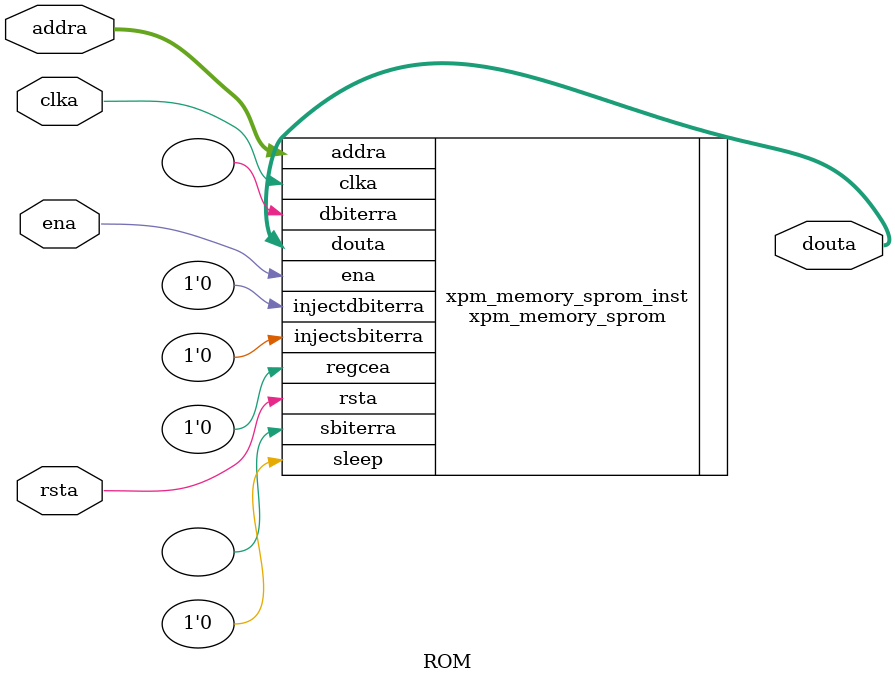
<source format=v>

`timescale 1ns/1ps

module ROM (
  clka,
  rsta,
  ena,
  addra,
  douta
);

parameter DWIDTH = 68;
parameter ADDWIDTH = 13;

input wire clka;

input wire rsta;

input wire ena;

input wire [ADDWIDTH-1 : 0] addra;

output wire [DWIDTH-1 : 0] douta;

/*
XPM_MEMORY instantiation template for single port ROM configurations
Refer to the targeted device family architecture libraries guide for XPM_MEMORY documentation
=======================================================================================================================

Parameter usage table, organized as follows:
+---------------------------------------------------------------------------------------------------------------------+
| Parameter name       | Data type          | Restrictions, if applicable                                             |
|---------------------------------------------------------------------------------------------------------------------|
| Description                                                                                                         |
+---------------------------------------------------------------------------------------------------------------------+
+---------------------------------------------------------------------------------------------------------------------+
| MEMORY_SIZE          | Integer            | Must be integer multiple of READ_DATA_WIDTH_A                           |
|---------------------------------------------------------------------------------------------------------------------|
| Specify the total memory array size, in bits.                                                                       |
| For example, enter 65536 for a 2kx32 ROM.                                                                           |
+---------------------------------------------------------------------------------------------------------------------+
| MEMORY_PRIMITIVE     | String             | Must be "auto", "distributed", or "block"                               |
|---------------------------------------------------------------------------------------------------------------------|
| Designate the memory primitive (resource type) to use:                                                              |
|   "auto": Allow Vivado Synthesis to choose                                                                          |
|   "distributed": Distributed memory                                                                                 |
|   "block": Block memory                                                                                             |
+---------------------------------------------------------------------------------------------------------------------+
| MEMORY_INIT_FILE     | String             | Must be exactly "none" or the name of the file (in quotes)              |
|---------------------------------------------------------------------------------------------------------------------|
| Specify "none" (including quotes) for no memory initialization, or specify the name of a memory initialization file:|
|   Enter only the name of the file with .mem extension, including quotes but without path (e.g. "my_file.mem").      |
|   File format must be ASCII and consist of only hexadecimal values organized into the specified depth by            |
|   narrowest data width generic value of the memory.  See the Memory File (MEM) section for more                     |
|   information on the syntax. Initialization of memory happens through the file name specified only when parameter   |
|   MEMORY_INIT_PARAM value is equal to "".                                                                           |                                                                                       |
|   When using XPM_MEMORY in a project, add the specified file to the Vivado project as a design source.              |
+---------------------------------------------------------------------------------------------------------------------+
| MEMORY_INIT_PARAM   | String             | Must be exactly "" or the string of hex characters (in quotes)           |
|---------------------------------------------------------------------------------------------------------------------|
| Specify "" or "0" (including quotes) for no memory initialization through parameter, or specify the string          |
| containing the hex characters.Enter only hex characters and each location separated by delimiter(,).                |
| Parameter format must be ASCII and consist of only hexadecimal values organized into the specified depth by         |
| narrowest data width generic value of the memory.  For example, if the narrowest data width is 8, and the depth of  |
| memory is 8 locations, then the parameter value should be passed as shown below.                                    |
|   parameter MEMORY_INIT_PARAM = "AB,CD,EF,1,2,34,56,78"                                                             |
|                                  |                   |                                                              |
|                                  0th                7th                                                             |
|                                location            location                                                         |
+---------------------------------------------------------------------------------------------------------------------+
| USE_MEM_INIT         | Integer             | Must be 0 or 1                                                         |
|---------------------------------------------------------------------------------------------------------------------|
| Specify 1 to enable the generation of below message and 0 to disable the generation of below message completely.    |
| Note: This message gets generated only when there is no Memory Initialization specified either through file or      |
| Parameter.                                                                                                          |
|    INFO : MEMORY_INIT_FILE and MEMORY_INIT_PARAM together specifies no memory initialization.                       |
|    Initial memory contents will be all 0's                                                                          |
+---------------------------------------------------------------------------------------------------------------------+
| WAKEUP_TIME          | String             | Must be "disable_sleep" or "use_sleep_pin"                              |
|---------------------------------------------------------------------------------------------------------------------|
| Specify "disable_sleep" to disable dynamic power saving option, and specify "use_sleep_pin" to enable the           |
| dynamic power saving option                                                                                         |
+---------------------------------------------------------------------------------------------------------------------+
| ECC_MODE             | String              | Must be "no_ecc", "encode_only", "decode_only"                         |
|                                            | or "both_encode_and_decode".                                           |
|---------------------------------------------------------------------------------------------------------------------|
| Specify ECC mode on applicable ports of the memory primitive (ECC with Initialization is currently not supported)   |
+---------------------------------------------------------------------------------------------------------------------+
| AUTO_SLEEP_TIME      | Integer             | Must be 0                                                              |
|---------------------------------------------------------------------------------------------------------------------|
| Must be set to 0                                                                                                    |
|   0 : Disable auto-sleep feature                                                                                    |
+---------------------------------------------------------------------------------------------------------------------+
| MESSAGE_CONTROL      | Integer            | Must be 0 or 1                                                          |
|---------------------------------------------------------------------------------------------------------------------|
| Specify 1 to enable the dynamic message reporting such as collision warnings, and 0 to disable the message reporting|
+---------------------------------------------------------------------------------------------------------------------+
| READ_DATA_WIDTH_A    | Integer            | Must be > 0                                                             |
|---------------------------------------------------------------------------------------------------------------------|
| Specify the width of the port A read data output port douta, in bits.                                               |
+---------------------------------------------------------------------------------------------------------------------+
| ADDR_WIDTH_A         | Integer            | Must be >= ceiling of log2(MEMORY_SIZE/READ_DATA_WIDTH_A)               |
|---------------------------------------------------------------------------------------------------------------------|
| Specify the width of the port A address port addra, in bits.                                                        |
| Must be large enough to access the entire memory from port A, i.e. >= $clog2(MEMORY_SIZE/READ_DATA_WIDTH_A).        |
+---------------------------------------------------------------------------------------------------------------------+
| READ_RESET_VALUE_A   | String             |                                                                         |
|---------------------------------------------------------------------------------------------------------------------|
| Specify the reset value of the port A final output register stage in response to rsta input port is assertion.      |
| As this parameter is a string, please specify the hex values inside double quotes. As an example,                   |
| If the read data width is 8, then specify READ_RESET_VALUE_A = "EA";                                                |
+---------------------------------------------------------------------------------------------------------------------+
| READ_LATENCY_A       | Integer             | Must be >= 0 for distributed memory, or >= 1 for block memory          |
|---------------------------------------------------------------------------------------------------------------------|
| Specify the number of register stages in the port A read data pipeline. Read data output to port douta takes this   |
| number of clka cycles.                                                                                              |
| To target block memory, a value of 1 or larger is required: 1 causes use of memory latch only; 2 causes use of      |
| output register. To target distributed memory, a value of 0 or larger is required: 0 indicates combinatorial output.|
| Values larger than 2 synthesize additional flip-flops that are not retimed into memory primitives.                  |
+---------------------------------------------------------------------------------------------------------------------+

Port usage table, organized as follows:
+---------------------------------------------------------------------------------------------------------------------+
| Port name      | Direction | Size, in bits                         | Domain | Sense       | Handling if unused      |
|---------------------------------------------------------------------------------------------------------------------|
| Description                                                                                                         |
+---------------------------------------------------------------------------------------------------------------------+
+---------------------------------------------------------------------------------------------------------------------+
| sleep          | Input     | 1                                     |        | Active-high | Tie to 1'b0             |
|---------------------------------------------------------------------------------------------------------------------|
| sleep signal to enable the dynamic power saving feature.                                                            |
+---------------------------------------------------------------------------------------------------------------------+
| clka           | Input     | 1                                     |        | Rising edge | Tie to 1'b0             |
|---------------------------------------------------------------------------------------------------------------------|
| Clock signal for port A.                                                                                            |
+---------------------------------------------------------------------------------------------------------------------+
| rsta           | Input     | 1                                     | clka   | Active-high | Tie to 1'b0             |
|---------------------------------------------------------------------------------------------------------------------|
| Reset signal for the final port A output register stage.                                                            |
| Synchronously resets output port douta to the value specified by parameter READ_RESET_VALUE_A.                      |
+---------------------------------------------------------------------------------------------------------------------+
| ena            | Input     | 1                                     | clka   | Active-high | Tie to 1'b1             |
|---------------------------------------------------------------------------------------------------------------------|
| Memory enable signal for port A.                                                                                    |
| Must be high on clock cycles when read operations are initiated. Pipelined internally.                              |
+---------------------------------------------------------------------------------------------------------------------+
| regcea         | Input     | 1                                     | clka   | Active-high | Tie to 1'b1             |
|---------------------------------------------------------------------------------------------------------------------|
| Clock Enable for the last register stage on the output data path.                                                   |
+---------------------------------------------------------------------------------------------------------------------+
| addra          | Input     | ADDR_WIDTH_A                          | clka   |             | Required                |
|---------------------------------------------------------------------------------------------------------------------|
| Address for port A read operations.                                                                                 |
+---------------------------------------------------------------------------------------------------------------------+
| injectsbiterra | Input     | 1                                     | clka   | Active-high | Tie to 1'b0             |
|---------------------------------------------------------------------------------------------------------------------|
| Do not change from the provided value.                                                                              |
+---------------------------------------------------------------------------------------------------------------------+
| injectdbiterra | Input     | 1                                     | clka   | Active-high | Tie to 1'b0             |
|---------------------------------------------------------------------------------------------------------------------|
| Do not change from the provided value.                                                                              |
+---------------------------------------------------------------------------------------------------------------------+
| douta          | Output   | READ_DATA_WIDTH_A                      | clka   |             | Required                |
|---------------------------------------------------------------------------------------------------------------------|
| Data output for port A read operations.                                                                             |
+---------------------------------------------------------------------------------------------------------------------+
| sbiterra       | Output   | 1                                      | clka   | Active-high | Leave open              |
|---------------------------------------------------------------------------------------------------------------------|
| Status signal to indicate single bit error occurrence on the data output of port A.                                 |
+---------------------------------------------------------------------------------------------------------------------+
| dbiterra       | Output   | 1                                      | clka   | Active-high | Leave open              |
|---------------------------------------------------------------------------------------------------------------------|
| Status signal to indicate double bit error occurrence on the data output of port A.                                 |
+---------------------------------------------------------------------------------------------------------------------+
*/

//  xpm_memory_sprom    : In order to incorporate this function into the design, the following instance declaration
//       Verilog        : needs to be placed in the body of the design code.  The default values for the parameters
//       instance       : may be changed to meet design requirements.  The instance name (xpm_memory_sprom)
//     declaration      : and/or the port declarations within the parenthesis may be changed to properly reference and
//         code         : connect this function to the design.  All inputs and outputs must be connected.

//  <--Cut the following instance declaration and paste it into the design-->

// xpm_memory_sprom: Single Port ROM
// Xilinx Parameterized Macro, Version 2016.4
xpm_memory_sprom # (

  // Common module parameters
  .MEMORY_SIZE        (557056),           //positive integer
  .MEMORY_PRIMITIVE   ("block"),         //string; "auto", "distributed", or "block";
  .MEMORY_INIT_FILE   ("ROM_init.mem"),         //string; "none" or "<filename>.mem" 
  .MEMORY_INIT_PARAM  (""),         //string;
  .USE_MEM_INIT       (1),              //integer; 0,1
  .WAKEUP_TIME        ("disable_sleep"),//string; "disable_sleep" or "use_sleep_pin" 
  .MESSAGE_CONTROL    (0),              //integer; 0,1
  .ECC_MODE           ("no_ecc"),       //string; "no_ecc", "encode_only", "decode_only" or "both_encode_and_decode" 
  .AUTO_SLEEP_TIME    (0),              //Do not Change

  // Port A module parameters
  .READ_DATA_WIDTH_A  (68),             //positive integer
  .ADDR_WIDTH_A       (13),              //positive integer
  .READ_RESET_VALUE_A ("0"),            //string
  .READ_LATENCY_A     (1)               //non-negative integer

) xpm_memory_sprom_inst (

  // Common module ports
  .sleep          (1'b0),

  // Port A module ports
  .clka           (clka),
  .rsta           (rsta),
  .ena            (ena),
  .regcea         (1'b0),
  .addra          (addra),
  .injectsbiterra (1'b0),  //do not change
  .injectdbiterra (1'b0),  //do not change
  .douta          (douta),
  .sbiterra       (),      //do not change
  .dbiterra       ()       //do not change

);

// End of xpm_memory_sprom instance declaration

endmodule
				
			
</source>
